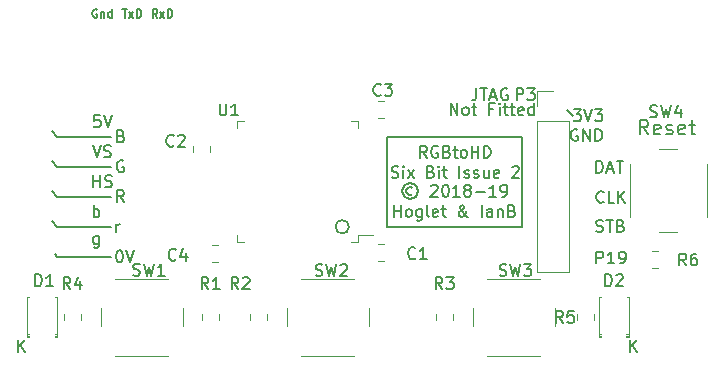
<source format=gto>
G04 #@! TF.GenerationSoftware,KiCad,Pcbnew,(5.1.4)-1*
G04 #@! TF.CreationDate,2019-11-20T21:09:20+00:00*
G04 #@! TF.ProjectId,rgb-to-hdmi,7267622d-746f-42d6-9864-6d692e6b6963,rev?*
G04 #@! TF.SameCoordinates,Original*
G04 #@! TF.FileFunction,Legend,Top*
G04 #@! TF.FilePolarity,Positive*
%FSLAX46Y46*%
G04 Gerber Fmt 4.6, Leading zero omitted, Abs format (unit mm)*
G04 Created by KiCad (PCBNEW (5.1.4)-1) date 2019-11-20 21:09:20*
%MOMM*%
%LPD*%
G04 APERTURE LIST*
%ADD10C,0.150000*%
%ADD11C,0.130000*%
%ADD12C,0.200000*%
%ADD13C,0.120000*%
G04 APERTURE END LIST*
D10*
X22142000Y-35620960D02*
X21684800Y-35163760D01*
X22650000Y-35620960D02*
X22142000Y-35620960D01*
X22142000Y-45780960D02*
X21938800Y-45577760D01*
X22650000Y-45780960D02*
X22142000Y-45780960D01*
X22142000Y-43240960D02*
X21684800Y-42783760D01*
X22650000Y-43240960D02*
X22142000Y-43240960D01*
X22142000Y-40700960D02*
X21684800Y-40243760D01*
X22675400Y-40700960D02*
X22142000Y-40700960D01*
X22142000Y-38160960D02*
X21684800Y-37703760D01*
X22650000Y-38160960D02*
X22142000Y-38160960D01*
X67790714Y-46334940D02*
X67790714Y-45334940D01*
X68171666Y-45334940D01*
X68266904Y-45382560D01*
X68314523Y-45430179D01*
X68362142Y-45525417D01*
X68362142Y-45668274D01*
X68314523Y-45763512D01*
X68266904Y-45811131D01*
X68171666Y-45858750D01*
X67790714Y-45858750D01*
X69314523Y-46334940D02*
X68743095Y-46334940D01*
X69028809Y-46334940D02*
X69028809Y-45334940D01*
X68933571Y-45477798D01*
X68838333Y-45573036D01*
X68743095Y-45620655D01*
X69790714Y-46334940D02*
X69981190Y-46334940D01*
X70076428Y-46287321D01*
X70124047Y-46239702D01*
X70219285Y-46096845D01*
X70266904Y-45906369D01*
X70266904Y-45525417D01*
X70219285Y-45430179D01*
X70171666Y-45382560D01*
X70076428Y-45334940D01*
X69885952Y-45334940D01*
X69790714Y-45382560D01*
X69743095Y-45430179D01*
X69695476Y-45525417D01*
X69695476Y-45763512D01*
X69743095Y-45858750D01*
X69790714Y-45906369D01*
X69885952Y-45953988D01*
X70076428Y-45953988D01*
X70171666Y-45906369D01*
X70219285Y-45858750D01*
X70266904Y-45763512D01*
X67762133Y-43620321D02*
X67904990Y-43667940D01*
X68143085Y-43667940D01*
X68238323Y-43620321D01*
X68285942Y-43572702D01*
X68333561Y-43477464D01*
X68333561Y-43382226D01*
X68285942Y-43286988D01*
X68238323Y-43239369D01*
X68143085Y-43191750D01*
X67952609Y-43144131D01*
X67857371Y-43096512D01*
X67809752Y-43048893D01*
X67762133Y-42953655D01*
X67762133Y-42858417D01*
X67809752Y-42763179D01*
X67857371Y-42715560D01*
X67952609Y-42667940D01*
X68190704Y-42667940D01*
X68333561Y-42715560D01*
X68619276Y-42667940D02*
X69190704Y-42667940D01*
X68904990Y-43667940D02*
X68904990Y-42667940D01*
X69857371Y-43144131D02*
X70000228Y-43191750D01*
X70047847Y-43239369D01*
X70095466Y-43334607D01*
X70095466Y-43477464D01*
X70047847Y-43572702D01*
X70000228Y-43620321D01*
X69904990Y-43667940D01*
X69524038Y-43667940D01*
X69524038Y-42667940D01*
X69857371Y-42667940D01*
X69952609Y-42715560D01*
X70000228Y-42763179D01*
X70047847Y-42858417D01*
X70047847Y-42953655D01*
X70000228Y-43048893D01*
X69952609Y-43096512D01*
X69857371Y-43144131D01*
X69524038Y-43144131D01*
X67781171Y-38664140D02*
X67781171Y-37664140D01*
X68019266Y-37664140D01*
X68162123Y-37711760D01*
X68257361Y-37806998D01*
X68304980Y-37902236D01*
X68352600Y-38092712D01*
X68352600Y-38235569D01*
X68304980Y-38426045D01*
X68257361Y-38521283D01*
X68162123Y-38616521D01*
X68019266Y-38664140D01*
X67781171Y-38664140D01*
X68733552Y-38378426D02*
X69209742Y-38378426D01*
X68638314Y-38664140D02*
X68971647Y-37664140D01*
X69304980Y-38664140D01*
X69495457Y-37664140D02*
X70066885Y-37664140D01*
X69781171Y-38664140D02*
X69781171Y-37664140D01*
X68409761Y-41134302D02*
X68362142Y-41181921D01*
X68219285Y-41229540D01*
X68124047Y-41229540D01*
X67981190Y-41181921D01*
X67885952Y-41086683D01*
X67838333Y-40991445D01*
X67790714Y-40800969D01*
X67790714Y-40658112D01*
X67838333Y-40467636D01*
X67885952Y-40372398D01*
X67981190Y-40277160D01*
X68124047Y-40229540D01*
X68219285Y-40229540D01*
X68362142Y-40277160D01*
X68409761Y-40324779D01*
X69314523Y-41229540D02*
X68838333Y-41229540D01*
X68838333Y-40229540D01*
X69647857Y-41229540D02*
X69647857Y-40229540D01*
X70219285Y-41229540D02*
X69790714Y-40658112D01*
X70219285Y-40229540D02*
X69647857Y-40800969D01*
X57627533Y-31517340D02*
X57627533Y-32231626D01*
X57579914Y-32374483D01*
X57484676Y-32469721D01*
X57341819Y-32517340D01*
X57246580Y-32517340D01*
X57960866Y-31517340D02*
X58532295Y-31517340D01*
X58246580Y-32517340D02*
X58246580Y-31517340D01*
X58818009Y-32231626D02*
X59294200Y-32231626D01*
X58722771Y-32517340D02*
X59056104Y-31517340D01*
X59389438Y-32517340D01*
X60246580Y-31564960D02*
X60151342Y-31517340D01*
X60008485Y-31517340D01*
X59865628Y-31564960D01*
X59770390Y-31660198D01*
X59722771Y-31755436D01*
X59675152Y-31945912D01*
X59675152Y-32088769D01*
X59722771Y-32279245D01*
X59770390Y-32374483D01*
X59865628Y-32469721D01*
X60008485Y-32517340D01*
X60103723Y-32517340D01*
X60246580Y-32469721D01*
X60294200Y-32422102D01*
X60294200Y-32088769D01*
X60103723Y-32088769D01*
X26714000Y-45780960D02*
X22650000Y-45780960D01*
X27380809Y-45233340D02*
X27476047Y-45233340D01*
X27571285Y-45280960D01*
X27618904Y-45328579D01*
X27666523Y-45423817D01*
X27714142Y-45614293D01*
X27714142Y-45852388D01*
X27666523Y-46042864D01*
X27618904Y-46138102D01*
X27571285Y-46185721D01*
X27476047Y-46233340D01*
X27380809Y-46233340D01*
X27285571Y-46185721D01*
X27237952Y-46138102D01*
X27190333Y-46042864D01*
X27142714Y-45852388D01*
X27142714Y-45614293D01*
X27190333Y-45423817D01*
X27237952Y-45328579D01*
X27285571Y-45280960D01*
X27380809Y-45233340D01*
X27999857Y-45233340D02*
X28333190Y-46233340D01*
X28666523Y-45233340D01*
X26714000Y-35620960D02*
X22650000Y-35620960D01*
X26714000Y-38160960D02*
X22650000Y-38160960D01*
X26714000Y-40700960D02*
X22650000Y-40700960D01*
X26714000Y-43240960D02*
X22650000Y-43240960D01*
X27150571Y-43693340D02*
X27150571Y-43026674D01*
X27150571Y-43217150D02*
X27198190Y-43121912D01*
X27245809Y-43074293D01*
X27341047Y-43026674D01*
X27436285Y-43026674D01*
X27785523Y-41153340D02*
X27452190Y-40677150D01*
X27214095Y-41153340D02*
X27214095Y-40153340D01*
X27595047Y-40153340D01*
X27690285Y-40200960D01*
X27737904Y-40248579D01*
X27785523Y-40343817D01*
X27785523Y-40486674D01*
X27737904Y-40581912D01*
X27690285Y-40629531D01*
X27595047Y-40677150D01*
X27214095Y-40677150D01*
X27737904Y-37660960D02*
X27642666Y-37613340D01*
X27499809Y-37613340D01*
X27356952Y-37660960D01*
X27261714Y-37756198D01*
X27214095Y-37851436D01*
X27166476Y-38041912D01*
X27166476Y-38184769D01*
X27214095Y-38375245D01*
X27261714Y-38470483D01*
X27356952Y-38565721D01*
X27499809Y-38613340D01*
X27595047Y-38613340D01*
X27737904Y-38565721D01*
X27785523Y-38518102D01*
X27785523Y-38184769D01*
X27595047Y-38184769D01*
X27547428Y-35549531D02*
X27690285Y-35597150D01*
X27737904Y-35644769D01*
X27785523Y-35740007D01*
X27785523Y-35882864D01*
X27737904Y-35978102D01*
X27690285Y-36025721D01*
X27595047Y-36073340D01*
X27214095Y-36073340D01*
X27214095Y-35073340D01*
X27547428Y-35073340D01*
X27642666Y-35120960D01*
X27690285Y-35168579D01*
X27737904Y-35263817D01*
X27737904Y-35359055D01*
X27690285Y-35454293D01*
X27642666Y-35501912D01*
X27547428Y-35549531D01*
X27214095Y-35549531D01*
X25658285Y-44042674D02*
X25658285Y-44852198D01*
X25610666Y-44947436D01*
X25563047Y-44995055D01*
X25467809Y-45042674D01*
X25324952Y-45042674D01*
X25229714Y-44995055D01*
X25658285Y-44661721D02*
X25563047Y-44709340D01*
X25372571Y-44709340D01*
X25277333Y-44661721D01*
X25229714Y-44614102D01*
X25182095Y-44518864D01*
X25182095Y-44233150D01*
X25229714Y-44137912D01*
X25277333Y-44090293D01*
X25372571Y-44042674D01*
X25563047Y-44042674D01*
X25658285Y-44090293D01*
X25229714Y-42423340D02*
X25229714Y-41423340D01*
X25229714Y-41804293D02*
X25324952Y-41756674D01*
X25515428Y-41756674D01*
X25610666Y-41804293D01*
X25658285Y-41851912D01*
X25705904Y-41947150D01*
X25705904Y-42232864D01*
X25658285Y-42328102D01*
X25610666Y-42375721D01*
X25515428Y-42423340D01*
X25324952Y-42423340D01*
X25229714Y-42375721D01*
X25190095Y-39883340D02*
X25190095Y-38883340D01*
X25190095Y-39359531D02*
X25761523Y-39359531D01*
X25761523Y-39883340D02*
X25761523Y-38883340D01*
X26190095Y-39835721D02*
X26332952Y-39883340D01*
X26571047Y-39883340D01*
X26666285Y-39835721D01*
X26713904Y-39788102D01*
X26761523Y-39692864D01*
X26761523Y-39597626D01*
X26713904Y-39502388D01*
X26666285Y-39454769D01*
X26571047Y-39407150D01*
X26380571Y-39359531D01*
X26285333Y-39311912D01*
X26237714Y-39264293D01*
X26190095Y-39169055D01*
X26190095Y-39073817D01*
X26237714Y-38978579D01*
X26285333Y-38930960D01*
X26380571Y-38883340D01*
X26618666Y-38883340D01*
X26761523Y-38930960D01*
X25142476Y-36343340D02*
X25475809Y-37343340D01*
X25809142Y-36343340D01*
X26094857Y-37295721D02*
X26237714Y-37343340D01*
X26475809Y-37343340D01*
X26571047Y-37295721D01*
X26618666Y-37248102D01*
X26666285Y-37152864D01*
X26666285Y-37057626D01*
X26618666Y-36962388D01*
X26571047Y-36914769D01*
X26475809Y-36867150D01*
X26285333Y-36819531D01*
X26190095Y-36771912D01*
X26142476Y-36724293D01*
X26094857Y-36629055D01*
X26094857Y-36533817D01*
X26142476Y-36438579D01*
X26190095Y-36390960D01*
X26285333Y-36343340D01*
X26523428Y-36343340D01*
X26666285Y-36390960D01*
X25761523Y-33803340D02*
X25285333Y-33803340D01*
X25237714Y-34279531D01*
X25285333Y-34231912D01*
X25380571Y-34184293D01*
X25618666Y-34184293D01*
X25713904Y-34231912D01*
X25761523Y-34279531D01*
X25809142Y-34374769D01*
X25809142Y-34612864D01*
X25761523Y-34708102D01*
X25713904Y-34755721D01*
X25618666Y-34803340D01*
X25380571Y-34803340D01*
X25285333Y-34755721D01*
X25237714Y-34708102D01*
X26094857Y-33803340D02*
X26428190Y-34803340D01*
X26761523Y-33803340D01*
D11*
X30615333Y-25523626D02*
X30382000Y-25190293D01*
X30215333Y-25523626D02*
X30215333Y-24823626D01*
X30482000Y-24823626D01*
X30548666Y-24856960D01*
X30582000Y-24890293D01*
X30615333Y-24956960D01*
X30615333Y-25056960D01*
X30582000Y-25123626D01*
X30548666Y-25156960D01*
X30482000Y-25190293D01*
X30215333Y-25190293D01*
X30848666Y-25523626D02*
X31215333Y-25056960D01*
X30848666Y-25056960D02*
X31215333Y-25523626D01*
X31482000Y-25523626D02*
X31482000Y-24823626D01*
X31648666Y-24823626D01*
X31748666Y-24856960D01*
X31815333Y-24923626D01*
X31848666Y-24990293D01*
X31882000Y-25123626D01*
X31882000Y-25223626D01*
X31848666Y-25356960D01*
X31815333Y-25423626D01*
X31748666Y-25490293D01*
X31648666Y-25523626D01*
X31482000Y-25523626D01*
X27658666Y-24823626D02*
X28058666Y-24823626D01*
X27858666Y-25523626D02*
X27858666Y-24823626D01*
X28225333Y-25523626D02*
X28592000Y-25056960D01*
X28225333Y-25056960D02*
X28592000Y-25523626D01*
X28858666Y-25523626D02*
X28858666Y-24823626D01*
X29025333Y-24823626D01*
X29125333Y-24856960D01*
X29192000Y-24923626D01*
X29225333Y-24990293D01*
X29258666Y-25123626D01*
X29258666Y-25223626D01*
X29225333Y-25356960D01*
X29192000Y-25423626D01*
X29125333Y-25490293D01*
X29025333Y-25523626D01*
X28858666Y-25523626D01*
X25502000Y-24856960D02*
X25435333Y-24823626D01*
X25335333Y-24823626D01*
X25235333Y-24856960D01*
X25168666Y-24923626D01*
X25135333Y-24990293D01*
X25102000Y-25123626D01*
X25102000Y-25223626D01*
X25135333Y-25356960D01*
X25168666Y-25423626D01*
X25235333Y-25490293D01*
X25335333Y-25523626D01*
X25402000Y-25523626D01*
X25502000Y-25490293D01*
X25535333Y-25456960D01*
X25535333Y-25223626D01*
X25402000Y-25223626D01*
X25835333Y-25056960D02*
X25835333Y-25523626D01*
X25835333Y-25123626D02*
X25868666Y-25090293D01*
X25935333Y-25056960D01*
X26035333Y-25056960D01*
X26102000Y-25090293D01*
X26135333Y-25156960D01*
X26135333Y-25523626D01*
X26768666Y-25523626D02*
X26768666Y-24823626D01*
X26768666Y-25490293D02*
X26702000Y-25523626D01*
X26568666Y-25523626D01*
X26502000Y-25490293D01*
X26468666Y-25456960D01*
X26435333Y-25390293D01*
X26435333Y-25190293D01*
X26468666Y-25123626D01*
X26502000Y-25090293D01*
X26568666Y-25056960D01*
X26702000Y-25056960D01*
X26768666Y-25090293D01*
D10*
X70648095Y-53853340D02*
X70648095Y-52853340D01*
X71219523Y-53853340D02*
X70790952Y-53281912D01*
X71219523Y-52853340D02*
X70648095Y-53424769D01*
X18832095Y-53853340D02*
X18832095Y-52853340D01*
X19403523Y-53853340D02*
X18974952Y-53281912D01*
X19403523Y-52853340D02*
X18832095Y-53424769D01*
X55448190Y-33787340D02*
X55448190Y-32787340D01*
X56019619Y-33787340D01*
X56019619Y-32787340D01*
X56638666Y-33787340D02*
X56543428Y-33739721D01*
X56495809Y-33692102D01*
X56448190Y-33596864D01*
X56448190Y-33311150D01*
X56495809Y-33215912D01*
X56543428Y-33168293D01*
X56638666Y-33120674D01*
X56781523Y-33120674D01*
X56876761Y-33168293D01*
X56924380Y-33215912D01*
X56972000Y-33311150D01*
X56972000Y-33596864D01*
X56924380Y-33692102D01*
X56876761Y-33739721D01*
X56781523Y-33787340D01*
X56638666Y-33787340D01*
X57257714Y-33120674D02*
X57638666Y-33120674D01*
X57400571Y-32787340D02*
X57400571Y-33644483D01*
X57448190Y-33739721D01*
X57543428Y-33787340D01*
X57638666Y-33787340D01*
X59067238Y-33263531D02*
X58733904Y-33263531D01*
X58733904Y-33787340D02*
X58733904Y-32787340D01*
X59210095Y-32787340D01*
X59591047Y-33787340D02*
X59591047Y-33120674D01*
X59591047Y-32787340D02*
X59543428Y-32834960D01*
X59591047Y-32882579D01*
X59638666Y-32834960D01*
X59591047Y-32787340D01*
X59591047Y-32882579D01*
X59924380Y-33120674D02*
X60305333Y-33120674D01*
X60067238Y-32787340D02*
X60067238Y-33644483D01*
X60114857Y-33739721D01*
X60210095Y-33787340D01*
X60305333Y-33787340D01*
X60495809Y-33120674D02*
X60876761Y-33120674D01*
X60638666Y-32787340D02*
X60638666Y-33644483D01*
X60686285Y-33739721D01*
X60781523Y-33787340D01*
X60876761Y-33787340D01*
X61591047Y-33739721D02*
X61495809Y-33787340D01*
X61305333Y-33787340D01*
X61210095Y-33739721D01*
X61162476Y-33644483D01*
X61162476Y-33263531D01*
X61210095Y-33168293D01*
X61305333Y-33120674D01*
X61495809Y-33120674D01*
X61591047Y-33168293D01*
X61638666Y-33263531D01*
X61638666Y-33358769D01*
X61162476Y-33454007D01*
X62495809Y-33787340D02*
X62495809Y-32787340D01*
X62495809Y-33739721D02*
X62400571Y-33787340D01*
X62210095Y-33787340D01*
X62114857Y-33739721D01*
X62067238Y-33692102D01*
X62019619Y-33596864D01*
X62019619Y-33311150D01*
X62067238Y-33215912D01*
X62114857Y-33168293D01*
X62210095Y-33120674D01*
X62400571Y-33120674D01*
X62495809Y-33168293D01*
X65830000Y-33842960D02*
X65576000Y-33588960D01*
X65322000Y-33334960D02*
X65830000Y-33842960D01*
X65861904Y-33295340D02*
X66480952Y-33295340D01*
X66147619Y-33676293D01*
X66290476Y-33676293D01*
X66385714Y-33723912D01*
X66433333Y-33771531D01*
X66480952Y-33866769D01*
X66480952Y-34104864D01*
X66433333Y-34200102D01*
X66385714Y-34247721D01*
X66290476Y-34295340D01*
X66004761Y-34295340D01*
X65909523Y-34247721D01*
X65861904Y-34200102D01*
X66766666Y-33295340D02*
X67100000Y-34295340D01*
X67433333Y-33295340D01*
X67671428Y-33295340D02*
X68290476Y-33295340D01*
X67957142Y-33676293D01*
X68100000Y-33676293D01*
X68195238Y-33723912D01*
X68242857Y-33771531D01*
X68290476Y-33866769D01*
X68290476Y-34104864D01*
X68242857Y-34200102D01*
X68195238Y-34247721D01*
X68100000Y-34295340D01*
X67814285Y-34295340D01*
X67719047Y-34247721D01*
X67671428Y-34200102D01*
X66185695Y-35019360D02*
X66090457Y-34971740D01*
X65947600Y-34971740D01*
X65804742Y-35019360D01*
X65709504Y-35114598D01*
X65661885Y-35209836D01*
X65614266Y-35400312D01*
X65614266Y-35543169D01*
X65661885Y-35733645D01*
X65709504Y-35828883D01*
X65804742Y-35924121D01*
X65947600Y-35971740D01*
X66042838Y-35971740D01*
X66185695Y-35924121D01*
X66233314Y-35876502D01*
X66233314Y-35543169D01*
X66042838Y-35543169D01*
X66661885Y-35971740D02*
X66661885Y-34971740D01*
X67233314Y-35971740D01*
X67233314Y-34971740D01*
X67709504Y-35971740D02*
X67709504Y-34971740D01*
X67947600Y-34971740D01*
X68090457Y-35019360D01*
X68185695Y-35114598D01*
X68233314Y-35209836D01*
X68280933Y-35400312D01*
X68280933Y-35543169D01*
X68233314Y-35733645D01*
X68185695Y-35828883D01*
X68090457Y-35924121D01*
X67947600Y-35971740D01*
X67709504Y-35971740D01*
X50659533Y-42397940D02*
X50659533Y-41397940D01*
X50659533Y-41874131D02*
X51219533Y-41874131D01*
X51219533Y-42397940D02*
X51219533Y-41397940D01*
X51826200Y-42397940D02*
X51732866Y-42350321D01*
X51686200Y-42302702D01*
X51639533Y-42207464D01*
X51639533Y-41921750D01*
X51686200Y-41826512D01*
X51732866Y-41778893D01*
X51826200Y-41731274D01*
X51966200Y-41731274D01*
X52059533Y-41778893D01*
X52106200Y-41826512D01*
X52152866Y-41921750D01*
X52152866Y-42207464D01*
X52106200Y-42302702D01*
X52059533Y-42350321D01*
X51966200Y-42397940D01*
X51826200Y-42397940D01*
X52992866Y-41731274D02*
X52992866Y-42540798D01*
X52946200Y-42636036D01*
X52899533Y-42683655D01*
X52806200Y-42731274D01*
X52666200Y-42731274D01*
X52572866Y-42683655D01*
X52992866Y-42350321D02*
X52899533Y-42397940D01*
X52712866Y-42397940D01*
X52619533Y-42350321D01*
X52572866Y-42302702D01*
X52526200Y-42207464D01*
X52526200Y-41921750D01*
X52572866Y-41826512D01*
X52619533Y-41778893D01*
X52712866Y-41731274D01*
X52899533Y-41731274D01*
X52992866Y-41778893D01*
X53599533Y-42397940D02*
X53506200Y-42350321D01*
X53459533Y-42255083D01*
X53459533Y-41397940D01*
X54346200Y-42350321D02*
X54252866Y-42397940D01*
X54066200Y-42397940D01*
X53972866Y-42350321D01*
X53926200Y-42255083D01*
X53926200Y-41874131D01*
X53972866Y-41778893D01*
X54066200Y-41731274D01*
X54252866Y-41731274D01*
X54346200Y-41778893D01*
X54392866Y-41874131D01*
X54392866Y-41969369D01*
X53926200Y-42064607D01*
X54672866Y-41731274D02*
X55046200Y-41731274D01*
X54812866Y-41397940D02*
X54812866Y-42255083D01*
X54859533Y-42350321D01*
X54952866Y-42397940D01*
X55046200Y-42397940D01*
X56912866Y-42397940D02*
X56866200Y-42397940D01*
X56772866Y-42350321D01*
X56632866Y-42207464D01*
X56399533Y-41921750D01*
X56306200Y-41778893D01*
X56259533Y-41636036D01*
X56259533Y-41540798D01*
X56306200Y-41445560D01*
X56399533Y-41397940D01*
X56446200Y-41397940D01*
X56539533Y-41445560D01*
X56586200Y-41540798D01*
X56586200Y-41588417D01*
X56539533Y-41683655D01*
X56492866Y-41731274D01*
X56212866Y-41921750D01*
X56166200Y-41969369D01*
X56119533Y-42064607D01*
X56119533Y-42207464D01*
X56166200Y-42302702D01*
X56212866Y-42350321D01*
X56306200Y-42397940D01*
X56446200Y-42397940D01*
X56539533Y-42350321D01*
X56586200Y-42302702D01*
X56726200Y-42112226D01*
X56772866Y-41969369D01*
X56772866Y-41874131D01*
X58079533Y-42397940D02*
X58079533Y-41397940D01*
X58966200Y-42397940D02*
X58966200Y-41874131D01*
X58919533Y-41778893D01*
X58826200Y-41731274D01*
X58639533Y-41731274D01*
X58546200Y-41778893D01*
X58966200Y-42350321D02*
X58872866Y-42397940D01*
X58639533Y-42397940D01*
X58546200Y-42350321D01*
X58499533Y-42255083D01*
X58499533Y-42159845D01*
X58546200Y-42064607D01*
X58639533Y-42016988D01*
X58872866Y-42016988D01*
X58966200Y-41969369D01*
X59432866Y-41731274D02*
X59432866Y-42397940D01*
X59432866Y-41826512D02*
X59479533Y-41778893D01*
X59572866Y-41731274D01*
X59712866Y-41731274D01*
X59806200Y-41778893D01*
X59852866Y-41874131D01*
X59852866Y-42397940D01*
X60646200Y-41874131D02*
X60786200Y-41921750D01*
X60832866Y-41969369D01*
X60879533Y-42064607D01*
X60879533Y-42207464D01*
X60832866Y-42302702D01*
X60786200Y-42350321D01*
X60692866Y-42397940D01*
X60319533Y-42397940D01*
X60319533Y-41397940D01*
X60646200Y-41397940D01*
X60739533Y-41445560D01*
X60786200Y-41493179D01*
X60832866Y-41588417D01*
X60832866Y-41683655D01*
X60786200Y-41778893D01*
X60739533Y-41826512D01*
X60646200Y-41874131D01*
X60319533Y-41874131D01*
X52203666Y-39934236D02*
X52110333Y-39886617D01*
X51923666Y-39886617D01*
X51830333Y-39934236D01*
X51737000Y-40029474D01*
X51690333Y-40124712D01*
X51690333Y-40315188D01*
X51737000Y-40410426D01*
X51830333Y-40505664D01*
X51923666Y-40553283D01*
X52110333Y-40553283D01*
X52203666Y-40505664D01*
X52017000Y-39553283D02*
X51783666Y-39600902D01*
X51550333Y-39743760D01*
X51410333Y-39981855D01*
X51363666Y-40219950D01*
X51410333Y-40458045D01*
X51550333Y-40696140D01*
X51783666Y-40838998D01*
X52017000Y-40886617D01*
X52250333Y-40838998D01*
X52483666Y-40696140D01*
X52623666Y-40458045D01*
X52670333Y-40219950D01*
X52623666Y-39981855D01*
X52483666Y-39743760D01*
X52250333Y-39600902D01*
X52017000Y-39553283D01*
X53790333Y-39791379D02*
X53837000Y-39743760D01*
X53930333Y-39696140D01*
X54163666Y-39696140D01*
X54257000Y-39743760D01*
X54303666Y-39791379D01*
X54350333Y-39886617D01*
X54350333Y-39981855D01*
X54303666Y-40124712D01*
X53743666Y-40696140D01*
X54350333Y-40696140D01*
X54957000Y-39696140D02*
X55050333Y-39696140D01*
X55143666Y-39743760D01*
X55190333Y-39791379D01*
X55237000Y-39886617D01*
X55283666Y-40077093D01*
X55283666Y-40315188D01*
X55237000Y-40505664D01*
X55190333Y-40600902D01*
X55143666Y-40648521D01*
X55050333Y-40696140D01*
X54957000Y-40696140D01*
X54863666Y-40648521D01*
X54817000Y-40600902D01*
X54770333Y-40505664D01*
X54723666Y-40315188D01*
X54723666Y-40077093D01*
X54770333Y-39886617D01*
X54817000Y-39791379D01*
X54863666Y-39743760D01*
X54957000Y-39696140D01*
X56217000Y-40696140D02*
X55657000Y-40696140D01*
X55937000Y-40696140D02*
X55937000Y-39696140D01*
X55843666Y-39838998D01*
X55750333Y-39934236D01*
X55657000Y-39981855D01*
X56777000Y-40124712D02*
X56683666Y-40077093D01*
X56637000Y-40029474D01*
X56590333Y-39934236D01*
X56590333Y-39886617D01*
X56637000Y-39791379D01*
X56683666Y-39743760D01*
X56777000Y-39696140D01*
X56963666Y-39696140D01*
X57057000Y-39743760D01*
X57103666Y-39791379D01*
X57150333Y-39886617D01*
X57150333Y-39934236D01*
X57103666Y-40029474D01*
X57057000Y-40077093D01*
X56963666Y-40124712D01*
X56777000Y-40124712D01*
X56683666Y-40172331D01*
X56637000Y-40219950D01*
X56590333Y-40315188D01*
X56590333Y-40505664D01*
X56637000Y-40600902D01*
X56683666Y-40648521D01*
X56777000Y-40696140D01*
X56963666Y-40696140D01*
X57057000Y-40648521D01*
X57103666Y-40600902D01*
X57150333Y-40505664D01*
X57150333Y-40315188D01*
X57103666Y-40219950D01*
X57057000Y-40172331D01*
X56963666Y-40124712D01*
X57570333Y-40315188D02*
X58317000Y-40315188D01*
X59297000Y-40696140D02*
X58737000Y-40696140D01*
X59017000Y-40696140D02*
X59017000Y-39696140D01*
X58923666Y-39838998D01*
X58830333Y-39934236D01*
X58737000Y-39981855D01*
X59763666Y-40696140D02*
X59950333Y-40696140D01*
X60043666Y-40648521D01*
X60090333Y-40600902D01*
X60183666Y-40458045D01*
X60230333Y-40267569D01*
X60230333Y-39886617D01*
X60183666Y-39791379D01*
X60137000Y-39743760D01*
X60043666Y-39696140D01*
X59857000Y-39696140D01*
X59763666Y-39743760D01*
X59717000Y-39791379D01*
X59670333Y-39886617D01*
X59670333Y-40124712D01*
X59717000Y-40219950D01*
X59763666Y-40267569D01*
X59857000Y-40315188D01*
X60043666Y-40315188D01*
X60137000Y-40267569D01*
X60183666Y-40219950D01*
X60230333Y-40124712D01*
X50457800Y-39048321D02*
X50597800Y-39095940D01*
X50831133Y-39095940D01*
X50924466Y-39048321D01*
X50971133Y-39000702D01*
X51017800Y-38905464D01*
X51017800Y-38810226D01*
X50971133Y-38714988D01*
X50924466Y-38667369D01*
X50831133Y-38619750D01*
X50644466Y-38572131D01*
X50551133Y-38524512D01*
X50504466Y-38476893D01*
X50457800Y-38381655D01*
X50457800Y-38286417D01*
X50504466Y-38191179D01*
X50551133Y-38143560D01*
X50644466Y-38095940D01*
X50877800Y-38095940D01*
X51017800Y-38143560D01*
X51437800Y-39095940D02*
X51437800Y-38429274D01*
X51437800Y-38095940D02*
X51391133Y-38143560D01*
X51437800Y-38191179D01*
X51484466Y-38143560D01*
X51437800Y-38095940D01*
X51437800Y-38191179D01*
X51811133Y-39095940D02*
X52324466Y-38429274D01*
X51811133Y-38429274D02*
X52324466Y-39095940D01*
X53771133Y-38572131D02*
X53911133Y-38619750D01*
X53957800Y-38667369D01*
X54004466Y-38762607D01*
X54004466Y-38905464D01*
X53957800Y-39000702D01*
X53911133Y-39048321D01*
X53817800Y-39095940D01*
X53444466Y-39095940D01*
X53444466Y-38095940D01*
X53771133Y-38095940D01*
X53864466Y-38143560D01*
X53911133Y-38191179D01*
X53957800Y-38286417D01*
X53957800Y-38381655D01*
X53911133Y-38476893D01*
X53864466Y-38524512D01*
X53771133Y-38572131D01*
X53444466Y-38572131D01*
X54424466Y-39095940D02*
X54424466Y-38429274D01*
X54424466Y-38095940D02*
X54377800Y-38143560D01*
X54424466Y-38191179D01*
X54471133Y-38143560D01*
X54424466Y-38095940D01*
X54424466Y-38191179D01*
X54751133Y-38429274D02*
X55124466Y-38429274D01*
X54891133Y-38095940D02*
X54891133Y-38953083D01*
X54937800Y-39048321D01*
X55031133Y-39095940D01*
X55124466Y-39095940D01*
X56197800Y-39095940D02*
X56197800Y-38095940D01*
X56617800Y-39048321D02*
X56711133Y-39095940D01*
X56897800Y-39095940D01*
X56991133Y-39048321D01*
X57037800Y-38953083D01*
X57037800Y-38905464D01*
X56991133Y-38810226D01*
X56897800Y-38762607D01*
X56757800Y-38762607D01*
X56664466Y-38714988D01*
X56617800Y-38619750D01*
X56617800Y-38572131D01*
X56664466Y-38476893D01*
X56757800Y-38429274D01*
X56897800Y-38429274D01*
X56991133Y-38476893D01*
X57411133Y-39048321D02*
X57504466Y-39095940D01*
X57691133Y-39095940D01*
X57784466Y-39048321D01*
X57831133Y-38953083D01*
X57831133Y-38905464D01*
X57784466Y-38810226D01*
X57691133Y-38762607D01*
X57551133Y-38762607D01*
X57457800Y-38714988D01*
X57411133Y-38619750D01*
X57411133Y-38572131D01*
X57457800Y-38476893D01*
X57551133Y-38429274D01*
X57691133Y-38429274D01*
X57784466Y-38476893D01*
X58671133Y-38429274D02*
X58671133Y-39095940D01*
X58251133Y-38429274D02*
X58251133Y-38953083D01*
X58297800Y-39048321D01*
X58391133Y-39095940D01*
X58531133Y-39095940D01*
X58624466Y-39048321D01*
X58671133Y-39000702D01*
X59511133Y-39048321D02*
X59417800Y-39095940D01*
X59231133Y-39095940D01*
X59137800Y-39048321D01*
X59091133Y-38953083D01*
X59091133Y-38572131D01*
X59137800Y-38476893D01*
X59231133Y-38429274D01*
X59417800Y-38429274D01*
X59511133Y-38476893D01*
X59557800Y-38572131D01*
X59557800Y-38667369D01*
X59091133Y-38762607D01*
X60677800Y-38191179D02*
X60724466Y-38143560D01*
X60817800Y-38095940D01*
X61051133Y-38095940D01*
X61144466Y-38143560D01*
X61191133Y-38191179D01*
X61237800Y-38286417D01*
X61237800Y-38381655D01*
X61191133Y-38524512D01*
X60631133Y-39095940D01*
X61237800Y-39095940D01*
X53419066Y-37394140D02*
X53092400Y-36917950D01*
X52859066Y-37394140D02*
X52859066Y-36394140D01*
X53232400Y-36394140D01*
X53325733Y-36441760D01*
X53372400Y-36489379D01*
X53419066Y-36584617D01*
X53419066Y-36727474D01*
X53372400Y-36822712D01*
X53325733Y-36870331D01*
X53232400Y-36917950D01*
X52859066Y-36917950D01*
X54352400Y-36441760D02*
X54259066Y-36394140D01*
X54119066Y-36394140D01*
X53979066Y-36441760D01*
X53885733Y-36536998D01*
X53839066Y-36632236D01*
X53792400Y-36822712D01*
X53792400Y-36965569D01*
X53839066Y-37156045D01*
X53885733Y-37251283D01*
X53979066Y-37346521D01*
X54119066Y-37394140D01*
X54212400Y-37394140D01*
X54352400Y-37346521D01*
X54399066Y-37298902D01*
X54399066Y-36965569D01*
X54212400Y-36965569D01*
X55145733Y-36870331D02*
X55285733Y-36917950D01*
X55332400Y-36965569D01*
X55379066Y-37060807D01*
X55379066Y-37203664D01*
X55332400Y-37298902D01*
X55285733Y-37346521D01*
X55192400Y-37394140D01*
X54819066Y-37394140D01*
X54819066Y-36394140D01*
X55145733Y-36394140D01*
X55239066Y-36441760D01*
X55285733Y-36489379D01*
X55332400Y-36584617D01*
X55332400Y-36679855D01*
X55285733Y-36775093D01*
X55239066Y-36822712D01*
X55145733Y-36870331D01*
X54819066Y-36870331D01*
X55659066Y-36727474D02*
X56032400Y-36727474D01*
X55799066Y-36394140D02*
X55799066Y-37251283D01*
X55845733Y-37346521D01*
X55939066Y-37394140D01*
X56032400Y-37394140D01*
X56499066Y-37394140D02*
X56405733Y-37346521D01*
X56359066Y-37298902D01*
X56312400Y-37203664D01*
X56312400Y-36917950D01*
X56359066Y-36822712D01*
X56405733Y-36775093D01*
X56499066Y-36727474D01*
X56639066Y-36727474D01*
X56732400Y-36775093D01*
X56779066Y-36822712D01*
X56825733Y-36917950D01*
X56825733Y-37203664D01*
X56779066Y-37298902D01*
X56732400Y-37346521D01*
X56639066Y-37394140D01*
X56499066Y-37394140D01*
X57245733Y-37394140D02*
X57245733Y-36394140D01*
X57245733Y-36870331D02*
X57805733Y-36870331D01*
X57805733Y-37394140D02*
X57805733Y-36394140D01*
X58272400Y-37394140D02*
X58272400Y-36394140D01*
X58505733Y-36394140D01*
X58645733Y-36441760D01*
X58739066Y-36536998D01*
X58785733Y-36632236D01*
X58832400Y-36822712D01*
X58832400Y-36965569D01*
X58785733Y-37156045D01*
X58739066Y-37251283D01*
X58645733Y-37346521D01*
X58505733Y-37394140D01*
X58272400Y-37394140D01*
X46839961Y-43240960D02*
G75*
G03X46839961Y-43240960I-567961J0D01*
G01*
X50082000Y-43240960D02*
X50082000Y-35620960D01*
X61512000Y-43240960D02*
X50082000Y-43240960D01*
X61512000Y-35620960D02*
X61512000Y-43240960D01*
X50082000Y-35620960D02*
X61512000Y-35620960D01*
D12*
X72156380Y-35424436D02*
X71739714Y-34829198D01*
X71442095Y-35424436D02*
X71442095Y-34174436D01*
X71918285Y-34174436D01*
X72037333Y-34233960D01*
X72096857Y-34293483D01*
X72156380Y-34412531D01*
X72156380Y-34591102D01*
X72096857Y-34710150D01*
X72037333Y-34769674D01*
X71918285Y-34829198D01*
X71442095Y-34829198D01*
X73168285Y-35364912D02*
X73049238Y-35424436D01*
X72811142Y-35424436D01*
X72692095Y-35364912D01*
X72632571Y-35245864D01*
X72632571Y-34769674D01*
X72692095Y-34650626D01*
X72811142Y-34591102D01*
X73049238Y-34591102D01*
X73168285Y-34650626D01*
X73227809Y-34769674D01*
X73227809Y-34888721D01*
X72632571Y-35007769D01*
X73704000Y-35364912D02*
X73823047Y-35424436D01*
X74061142Y-35424436D01*
X74180190Y-35364912D01*
X74239714Y-35245864D01*
X74239714Y-35186340D01*
X74180190Y-35067293D01*
X74061142Y-35007769D01*
X73882571Y-35007769D01*
X73763523Y-34948245D01*
X73704000Y-34829198D01*
X73704000Y-34769674D01*
X73763523Y-34650626D01*
X73882571Y-34591102D01*
X74061142Y-34591102D01*
X74180190Y-34650626D01*
X75251619Y-35364912D02*
X75132571Y-35424436D01*
X74894476Y-35424436D01*
X74775428Y-35364912D01*
X74715904Y-35245864D01*
X74715904Y-34769674D01*
X74775428Y-34650626D01*
X74894476Y-34591102D01*
X75132571Y-34591102D01*
X75251619Y-34650626D01*
X75311142Y-34769674D01*
X75311142Y-34888721D01*
X74715904Y-35007769D01*
X75668285Y-34591102D02*
X76144476Y-34591102D01*
X75846857Y-34174436D02*
X75846857Y-35245864D01*
X75906380Y-35364912D01*
X76025428Y-35424436D01*
X76144476Y-35424436D01*
D13*
X35806000Y-51122212D02*
X35806000Y-50599708D01*
X34386000Y-51122212D02*
X34386000Y-50599708D01*
X37927000Y-34320960D02*
X37352000Y-34320960D01*
X37352000Y-34320960D02*
X37352000Y-34895960D01*
X46997000Y-34320960D02*
X47572000Y-34320960D01*
X47572000Y-34320960D02*
X47572000Y-34895960D01*
X37927000Y-44540960D02*
X37352000Y-44540960D01*
X37352000Y-44540960D02*
X37352000Y-43965960D01*
X46997000Y-44540960D02*
X47572000Y-44540960D01*
X47572000Y-44540960D02*
X47572000Y-43965960D01*
X47572000Y-43965960D02*
X48862000Y-43965960D01*
X72502948Y-46719560D02*
X73025452Y-46719560D01*
X72502948Y-45299560D02*
X73025452Y-45299560D01*
X62770800Y-47084001D02*
X65430800Y-47084001D01*
X62770800Y-34324001D02*
X62770800Y-47084001D01*
X65430800Y-34324001D02*
X65430800Y-47084001D01*
X62770800Y-34324001D02*
X65430800Y-34324001D01*
X62770800Y-33054001D02*
X62770800Y-31724001D01*
X62770800Y-31724001D02*
X64100800Y-31724001D01*
X19612000Y-52570960D02*
X19612000Y-49150960D01*
X22132000Y-52570960D02*
X22132000Y-49150960D01*
X19612000Y-52570960D02*
X19792000Y-52570960D01*
X21952000Y-52570960D02*
X22132000Y-52570960D01*
X19612000Y-49150960D02*
X19777000Y-49150960D01*
X21967000Y-49150960D02*
X22132000Y-49150960D01*
X19612000Y-52450960D02*
X19792000Y-52450960D01*
X21952000Y-52450960D02*
X22132000Y-52450960D01*
X19612000Y-52330960D02*
X19792000Y-52330960D01*
X21952000Y-52330960D02*
X22132000Y-52330960D01*
X67999000Y-52570960D02*
X67999000Y-49150960D01*
X70519000Y-52570960D02*
X70519000Y-49150960D01*
X67999000Y-52570960D02*
X68179000Y-52570960D01*
X70339000Y-52570960D02*
X70519000Y-52570960D01*
X67999000Y-49150960D02*
X68164000Y-49150960D01*
X70354000Y-49150960D02*
X70519000Y-49150960D01*
X67999000Y-52450960D02*
X68179000Y-52450960D01*
X70339000Y-52450960D02*
X70519000Y-52450960D01*
X67999000Y-52330960D02*
X68179000Y-52330960D01*
X70339000Y-52330960D02*
X70519000Y-52330960D01*
X49835252Y-44689960D02*
X49312748Y-44689960D01*
X49835252Y-46109960D02*
X49312748Y-46109960D01*
X33624000Y-36898212D02*
X33624000Y-36375708D01*
X35044000Y-36898212D02*
X35044000Y-36375708D01*
X49312748Y-32624960D02*
X49835252Y-32624960D01*
X49312748Y-34044960D02*
X49835252Y-34044960D01*
X35763652Y-46236960D02*
X35241148Y-46236960D01*
X35763652Y-44816960D02*
X35241148Y-44816960D01*
X39870000Y-51122212D02*
X39870000Y-50599708D01*
X38450000Y-51122212D02*
X38450000Y-50599708D01*
X55618000Y-51122212D02*
X55618000Y-50599708D01*
X54198000Y-51122212D02*
X54198000Y-50599708D01*
X22702000Y-50599708D02*
X22702000Y-51122212D01*
X24122000Y-50599708D02*
X24122000Y-51122212D01*
X67556000Y-50599708D02*
X67556000Y-51122212D01*
X66136000Y-50599708D02*
X66136000Y-51122212D01*
X25806000Y-50146960D02*
X25806000Y-51646960D01*
X27056000Y-54146960D02*
X31556000Y-54146960D01*
X32806000Y-51646960D02*
X32806000Y-50146960D01*
X31556000Y-47646960D02*
X27056000Y-47646960D01*
X47304000Y-47646960D02*
X42804000Y-47646960D01*
X48554000Y-51646960D02*
X48554000Y-50146960D01*
X42804000Y-54146960D02*
X47304000Y-54146960D01*
X41554000Y-50146960D02*
X41554000Y-51646960D01*
X63052000Y-47646960D02*
X58552000Y-47646960D01*
X64302000Y-51646960D02*
X64302000Y-50146960D01*
X58552000Y-54146960D02*
X63052000Y-54146960D01*
X57302000Y-50146960D02*
X57302000Y-51646960D01*
X73117000Y-43640960D02*
X74617000Y-43640960D01*
X77117000Y-42390960D02*
X77117000Y-37890960D01*
X74617000Y-36640960D02*
X73117000Y-36640960D01*
X70617000Y-37890960D02*
X70617000Y-42390960D01*
D10*
X34929333Y-48519340D02*
X34596000Y-48043150D01*
X34357904Y-48519340D02*
X34357904Y-47519340D01*
X34738857Y-47519340D01*
X34834095Y-47566960D01*
X34881714Y-47614579D01*
X34929333Y-47709817D01*
X34929333Y-47852674D01*
X34881714Y-47947912D01*
X34834095Y-47995531D01*
X34738857Y-48043150D01*
X34357904Y-48043150D01*
X35881714Y-48519340D02*
X35310285Y-48519340D01*
X35596000Y-48519340D02*
X35596000Y-47519340D01*
X35500761Y-47662198D01*
X35405523Y-47757436D01*
X35310285Y-47805055D01*
X35883495Y-32812740D02*
X35883495Y-33622264D01*
X35931114Y-33717502D01*
X35978733Y-33765121D01*
X36073971Y-33812740D01*
X36264447Y-33812740D01*
X36359685Y-33765121D01*
X36407304Y-33717502D01*
X36454923Y-33622264D01*
X36454923Y-32812740D01*
X37454923Y-33812740D02*
X36883495Y-33812740D01*
X37169209Y-33812740D02*
X37169209Y-32812740D01*
X37073971Y-32955598D01*
X36978733Y-33050836D01*
X36883495Y-33098455D01*
X75391533Y-46512740D02*
X75058200Y-46036550D01*
X74820104Y-46512740D02*
X74820104Y-45512740D01*
X75201057Y-45512740D01*
X75296295Y-45560360D01*
X75343914Y-45607979D01*
X75391533Y-45703217D01*
X75391533Y-45846074D01*
X75343914Y-45941312D01*
X75296295Y-45988931D01*
X75201057Y-46036550D01*
X74820104Y-46036550D01*
X76248676Y-45512740D02*
X76058200Y-45512740D01*
X75962961Y-45560360D01*
X75915342Y-45607979D01*
X75820104Y-45750836D01*
X75772485Y-45941312D01*
X75772485Y-46322264D01*
X75820104Y-46417502D01*
X75867723Y-46465121D01*
X75962961Y-46512740D01*
X76153438Y-46512740D01*
X76248676Y-46465121D01*
X76296295Y-46417502D01*
X76343914Y-46322264D01*
X76343914Y-46084169D01*
X76296295Y-45988931D01*
X76248676Y-45941312D01*
X76153438Y-45893693D01*
X75962961Y-45893693D01*
X75867723Y-45941312D01*
X75820104Y-45988931D01*
X75772485Y-46084169D01*
X61027904Y-32517340D02*
X61027904Y-31517340D01*
X61408857Y-31517340D01*
X61504095Y-31564960D01*
X61551714Y-31612579D01*
X61599333Y-31707817D01*
X61599333Y-31850674D01*
X61551714Y-31945912D01*
X61504095Y-31993531D01*
X61408857Y-32041150D01*
X61027904Y-32041150D01*
X61932666Y-31517340D02*
X62551714Y-31517340D01*
X62218380Y-31898293D01*
X62361238Y-31898293D01*
X62456476Y-31945912D01*
X62504095Y-31993531D01*
X62551714Y-32088769D01*
X62551714Y-32326864D01*
X62504095Y-32422102D01*
X62456476Y-32469721D01*
X62361238Y-32517340D01*
X62075523Y-32517340D01*
X61980285Y-32469721D01*
X61932666Y-32422102D01*
X20260904Y-48265340D02*
X20260904Y-47265340D01*
X20499000Y-47265340D01*
X20641857Y-47312960D01*
X20737095Y-47408198D01*
X20784714Y-47503436D01*
X20832333Y-47693912D01*
X20832333Y-47836769D01*
X20784714Y-48027245D01*
X20737095Y-48122483D01*
X20641857Y-48217721D01*
X20499000Y-48265340D01*
X20260904Y-48265340D01*
X21784714Y-48265340D02*
X21213285Y-48265340D01*
X21499000Y-48265340D02*
X21499000Y-47265340D01*
X21403761Y-47408198D01*
X21308523Y-47503436D01*
X21213285Y-47551055D01*
X68520904Y-48265340D02*
X68520904Y-47265340D01*
X68759000Y-47265340D01*
X68901857Y-47312960D01*
X68997095Y-47408198D01*
X69044714Y-47503436D01*
X69092333Y-47693912D01*
X69092333Y-47836769D01*
X69044714Y-48027245D01*
X68997095Y-48122483D01*
X68901857Y-48217721D01*
X68759000Y-48265340D01*
X68520904Y-48265340D01*
X69473285Y-47360579D02*
X69520904Y-47312960D01*
X69616142Y-47265340D01*
X69854238Y-47265340D01*
X69949476Y-47312960D01*
X69997095Y-47360579D01*
X70044714Y-47455817D01*
X70044714Y-47551055D01*
X69997095Y-47693912D01*
X69425666Y-48265340D01*
X70044714Y-48265340D01*
X52455333Y-45884102D02*
X52407714Y-45931721D01*
X52264857Y-45979340D01*
X52169619Y-45979340D01*
X52026761Y-45931721D01*
X51931523Y-45836483D01*
X51883904Y-45741245D01*
X51836285Y-45550769D01*
X51836285Y-45407912D01*
X51883904Y-45217436D01*
X51931523Y-45122198D01*
X52026761Y-45026960D01*
X52169619Y-44979340D01*
X52264857Y-44979340D01*
X52407714Y-45026960D01*
X52455333Y-45074579D01*
X53407714Y-45979340D02*
X52836285Y-45979340D01*
X53122000Y-45979340D02*
X53122000Y-44979340D01*
X53026761Y-45122198D01*
X52931523Y-45217436D01*
X52836285Y-45265055D01*
X32008333Y-36359102D02*
X31960714Y-36406721D01*
X31817857Y-36454340D01*
X31722619Y-36454340D01*
X31579761Y-36406721D01*
X31484523Y-36311483D01*
X31436904Y-36216245D01*
X31389285Y-36025769D01*
X31389285Y-35882912D01*
X31436904Y-35692436D01*
X31484523Y-35597198D01*
X31579761Y-35501960D01*
X31722619Y-35454340D01*
X31817857Y-35454340D01*
X31960714Y-35501960D01*
X32008333Y-35549579D01*
X32389285Y-35549579D02*
X32436904Y-35501960D01*
X32532142Y-35454340D01*
X32770238Y-35454340D01*
X32865476Y-35501960D01*
X32913095Y-35549579D01*
X32960714Y-35644817D01*
X32960714Y-35740055D01*
X32913095Y-35882912D01*
X32341666Y-36454340D01*
X32960714Y-36454340D01*
X49534333Y-32042102D02*
X49486714Y-32089721D01*
X49343857Y-32137340D01*
X49248619Y-32137340D01*
X49105761Y-32089721D01*
X49010523Y-31994483D01*
X48962904Y-31899245D01*
X48915285Y-31708769D01*
X48915285Y-31565912D01*
X48962904Y-31375436D01*
X49010523Y-31280198D01*
X49105761Y-31184960D01*
X49248619Y-31137340D01*
X49343857Y-31137340D01*
X49486714Y-31184960D01*
X49534333Y-31232579D01*
X49867666Y-31137340D02*
X50486714Y-31137340D01*
X50153380Y-31518293D01*
X50296238Y-31518293D01*
X50391476Y-31565912D01*
X50439095Y-31613531D01*
X50486714Y-31708769D01*
X50486714Y-31946864D01*
X50439095Y-32042102D01*
X50391476Y-32089721D01*
X50296238Y-32137340D01*
X50010523Y-32137340D01*
X49915285Y-32089721D01*
X49867666Y-32042102D01*
X32186133Y-46011102D02*
X32138514Y-46058721D01*
X31995657Y-46106340D01*
X31900419Y-46106340D01*
X31757561Y-46058721D01*
X31662323Y-45963483D01*
X31614704Y-45868245D01*
X31567085Y-45677769D01*
X31567085Y-45534912D01*
X31614704Y-45344436D01*
X31662323Y-45249198D01*
X31757561Y-45153960D01*
X31900419Y-45106340D01*
X31995657Y-45106340D01*
X32138514Y-45153960D01*
X32186133Y-45201579D01*
X33043276Y-45439674D02*
X33043276Y-46106340D01*
X32805180Y-45058721D02*
X32567085Y-45773007D01*
X33186133Y-45773007D01*
X37469333Y-48519340D02*
X37136000Y-48043150D01*
X36897904Y-48519340D02*
X36897904Y-47519340D01*
X37278857Y-47519340D01*
X37374095Y-47566960D01*
X37421714Y-47614579D01*
X37469333Y-47709817D01*
X37469333Y-47852674D01*
X37421714Y-47947912D01*
X37374095Y-47995531D01*
X37278857Y-48043150D01*
X36897904Y-48043150D01*
X37850285Y-47614579D02*
X37897904Y-47566960D01*
X37993142Y-47519340D01*
X38231238Y-47519340D01*
X38326476Y-47566960D01*
X38374095Y-47614579D01*
X38421714Y-47709817D01*
X38421714Y-47805055D01*
X38374095Y-47947912D01*
X37802666Y-48519340D01*
X38421714Y-48519340D01*
X54741333Y-48519340D02*
X54408000Y-48043150D01*
X54169904Y-48519340D02*
X54169904Y-47519340D01*
X54550857Y-47519340D01*
X54646095Y-47566960D01*
X54693714Y-47614579D01*
X54741333Y-47709817D01*
X54741333Y-47852674D01*
X54693714Y-47947912D01*
X54646095Y-47995531D01*
X54550857Y-48043150D01*
X54169904Y-48043150D01*
X55074666Y-47519340D02*
X55693714Y-47519340D01*
X55360380Y-47900293D01*
X55503238Y-47900293D01*
X55598476Y-47947912D01*
X55646095Y-47995531D01*
X55693714Y-48090769D01*
X55693714Y-48328864D01*
X55646095Y-48424102D01*
X55598476Y-48471721D01*
X55503238Y-48519340D01*
X55217523Y-48519340D01*
X55122285Y-48471721D01*
X55074666Y-48424102D01*
X23245333Y-48519340D02*
X22912000Y-48043150D01*
X22673904Y-48519340D02*
X22673904Y-47519340D01*
X23054857Y-47519340D01*
X23150095Y-47566960D01*
X23197714Y-47614579D01*
X23245333Y-47709817D01*
X23245333Y-47852674D01*
X23197714Y-47947912D01*
X23150095Y-47995531D01*
X23054857Y-48043150D01*
X22673904Y-48043150D01*
X24102476Y-47852674D02*
X24102476Y-48519340D01*
X23864380Y-47471721D02*
X23626285Y-48186007D01*
X24245333Y-48186007D01*
X64952133Y-51364140D02*
X64618800Y-50887950D01*
X64380704Y-51364140D02*
X64380704Y-50364140D01*
X64761657Y-50364140D01*
X64856895Y-50411760D01*
X64904514Y-50459379D01*
X64952133Y-50554617D01*
X64952133Y-50697474D01*
X64904514Y-50792712D01*
X64856895Y-50840331D01*
X64761657Y-50887950D01*
X64380704Y-50887950D01*
X65856895Y-50364140D02*
X65380704Y-50364140D01*
X65333085Y-50840331D01*
X65380704Y-50792712D01*
X65475942Y-50745093D01*
X65714038Y-50745093D01*
X65809276Y-50792712D01*
X65856895Y-50840331D01*
X65904514Y-50935569D01*
X65904514Y-51173664D01*
X65856895Y-51268902D01*
X65809276Y-51316521D01*
X65714038Y-51364140D01*
X65475942Y-51364140D01*
X65380704Y-51316521D01*
X65333085Y-51268902D01*
X28581066Y-47328721D02*
X28723923Y-47376340D01*
X28962019Y-47376340D01*
X29057257Y-47328721D01*
X29104876Y-47281102D01*
X29152495Y-47185864D01*
X29152495Y-47090626D01*
X29104876Y-46995388D01*
X29057257Y-46947769D01*
X28962019Y-46900150D01*
X28771542Y-46852531D01*
X28676304Y-46804912D01*
X28628685Y-46757293D01*
X28581066Y-46662055D01*
X28581066Y-46566817D01*
X28628685Y-46471579D01*
X28676304Y-46423960D01*
X28771542Y-46376340D01*
X29009638Y-46376340D01*
X29152495Y-46423960D01*
X29485828Y-46376340D02*
X29723923Y-47376340D01*
X29914400Y-46662055D01*
X30104876Y-47376340D01*
X30342971Y-46376340D01*
X31247733Y-47376340D02*
X30676304Y-47376340D01*
X30962019Y-47376340D02*
X30962019Y-46376340D01*
X30866780Y-46519198D01*
X30771542Y-46614436D01*
X30676304Y-46662055D01*
X44024266Y-47354121D02*
X44167123Y-47401740D01*
X44405219Y-47401740D01*
X44500457Y-47354121D01*
X44548076Y-47306502D01*
X44595695Y-47211264D01*
X44595695Y-47116026D01*
X44548076Y-47020788D01*
X44500457Y-46973169D01*
X44405219Y-46925550D01*
X44214742Y-46877931D01*
X44119504Y-46830312D01*
X44071885Y-46782693D01*
X44024266Y-46687455D01*
X44024266Y-46592217D01*
X44071885Y-46496979D01*
X44119504Y-46449360D01*
X44214742Y-46401740D01*
X44452838Y-46401740D01*
X44595695Y-46449360D01*
X44929028Y-46401740D02*
X45167123Y-47401740D01*
X45357600Y-46687455D01*
X45548076Y-47401740D01*
X45786171Y-46401740D01*
X46119504Y-46496979D02*
X46167123Y-46449360D01*
X46262361Y-46401740D01*
X46500457Y-46401740D01*
X46595695Y-46449360D01*
X46643314Y-46496979D01*
X46690933Y-46592217D01*
X46690933Y-46687455D01*
X46643314Y-46830312D01*
X46071885Y-47401740D01*
X46690933Y-47401740D01*
X59594466Y-47354121D02*
X59737323Y-47401740D01*
X59975419Y-47401740D01*
X60070657Y-47354121D01*
X60118276Y-47306502D01*
X60165895Y-47211264D01*
X60165895Y-47116026D01*
X60118276Y-47020788D01*
X60070657Y-46973169D01*
X59975419Y-46925550D01*
X59784942Y-46877931D01*
X59689704Y-46830312D01*
X59642085Y-46782693D01*
X59594466Y-46687455D01*
X59594466Y-46592217D01*
X59642085Y-46496979D01*
X59689704Y-46449360D01*
X59784942Y-46401740D01*
X60023038Y-46401740D01*
X60165895Y-46449360D01*
X60499228Y-46401740D02*
X60737323Y-47401740D01*
X60927800Y-46687455D01*
X61118276Y-47401740D01*
X61356371Y-46401740D01*
X61642085Y-46401740D02*
X62261133Y-46401740D01*
X61927800Y-46782693D01*
X62070657Y-46782693D01*
X62165895Y-46830312D01*
X62213514Y-46877931D01*
X62261133Y-46973169D01*
X62261133Y-47211264D01*
X62213514Y-47306502D01*
X62165895Y-47354121D01*
X62070657Y-47401740D01*
X61784942Y-47401740D01*
X61689704Y-47354121D01*
X61642085Y-47306502D01*
X72345266Y-33917521D02*
X72488123Y-33965140D01*
X72726219Y-33965140D01*
X72821457Y-33917521D01*
X72869076Y-33869902D01*
X72916695Y-33774664D01*
X72916695Y-33679426D01*
X72869076Y-33584188D01*
X72821457Y-33536569D01*
X72726219Y-33488950D01*
X72535742Y-33441331D01*
X72440504Y-33393712D01*
X72392885Y-33346093D01*
X72345266Y-33250855D01*
X72345266Y-33155617D01*
X72392885Y-33060379D01*
X72440504Y-33012760D01*
X72535742Y-32965140D01*
X72773838Y-32965140D01*
X72916695Y-33012760D01*
X73250028Y-32965140D02*
X73488123Y-33965140D01*
X73678600Y-33250855D01*
X73869076Y-33965140D01*
X74107171Y-32965140D01*
X74916695Y-33298474D02*
X74916695Y-33965140D01*
X74678600Y-32917521D02*
X74440504Y-33631807D01*
X75059552Y-33631807D01*
M02*

</source>
